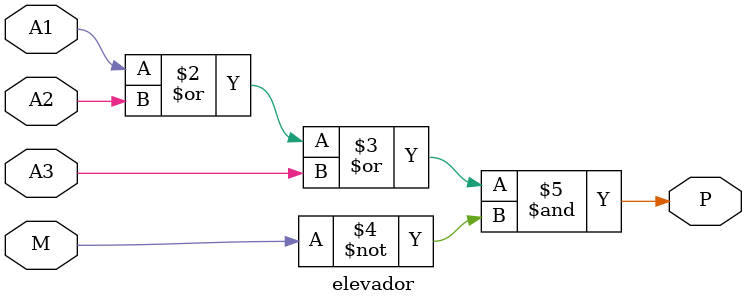
<source format=sv>
module elevador(
  input logic A1,A2,A3,M, // Variaveis de entrada de 1 bit
  output logic P); // Variaveis de saida de 1 bit
  always_comb P <= (A1|A2|A3) & ~M; // Formula logica
endmodule
</source>
